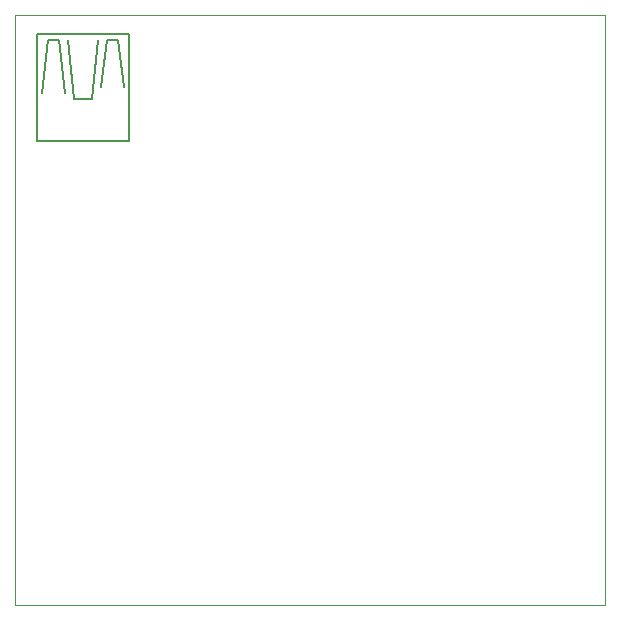
<source format=gbo>
G75*
%MOIN*%
%OFA0B0*%
%FSLAX25Y25*%
%IPPOS*%
%LPD*%
%AMOC8*
5,1,8,0,0,1.08239X$1,22.5*
%
%ADD10C,0.00000*%
%ADD11C,0.00500*%
D10*
X0008500Y0001800D02*
X0008500Y0198650D01*
X0205350Y0198650D01*
X0205350Y0001800D01*
X0008500Y0001800D01*
D11*
X0015902Y0156682D02*
X0015902Y0192115D01*
X0046610Y0192115D01*
X0046610Y0156682D01*
X0015902Y0156682D01*
X0028303Y0170461D02*
X0026335Y0190146D01*
X0023382Y0190146D02*
X0025350Y0172430D01*
X0028303Y0170461D02*
X0034209Y0170461D01*
X0036177Y0190146D01*
X0039130Y0190146D02*
X0037161Y0174398D01*
X0045035Y0174398D02*
X0043067Y0190146D01*
X0039130Y0190146D01*
X0023382Y0190146D02*
X0019445Y0190146D01*
X0017476Y0172430D01*
M02*

</source>
